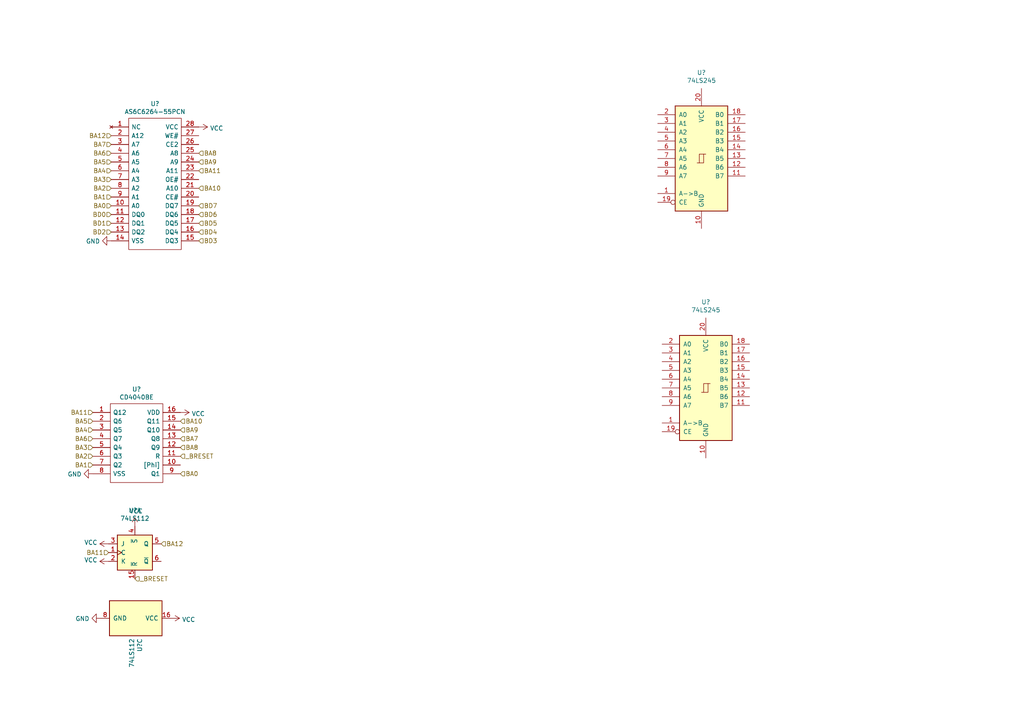
<source format=kicad_sch>
(kicad_sch (version 20211123) (generator eeschema)
  (paper "A4")
  (lib_symbols
    (symbol "74xx:74LS112" (pin_names (offset 1.016))
      (property "Reference" "U" (at -7.62 8.89 0))
      (property "Value" "74LS112" (at -7.62 -8.89 0))
      (symbol "74LS112_1_0"
        (pin input clock (at -7.62 0 0) (length 2.54) (name "C") (number "1"))
        (pin input line (at 0 -7.62 90) (length 2.54) (name "~{R}") (number "15"))
        (pin input line (at -7.62 -2.54 0) (length 2.54) (name "K") (number "2"))
        (pin input line (at -7.62 2.54 0) (length 2.54) (name "J") (number "3"))
        (pin input line (at 0 7.62 270) (length 2.54) (name "~{S}") (number "4"))
        (pin output line (at 7.62 2.54 180) (length 2.54) (name "Q") (number "5"))
        (pin output line (at 7.62 -2.54 180) (length 2.54) (name "~{Q}") (number "6"))
      )
      (symbol "74LS112_1_1"
        (rectangle (start -5.08 5.08) (end 5.08 -5.08) (stroke (width 0.254)) (fill (type background)))
      )
      (symbol "74LS112_2_0"
        (pin input line (at 0 7.62 270) (length 2.54) (name "~{S}") (number "10"))
        (pin input line (at -7.62 2.54 0) (length 2.54) (name "J") (number "11"))
        (pin input line (at -7.62 -2.54 0) (length 2.54) (name "K") (number "12"))
        (pin input clock (at -7.62 0 0) (length 2.54) (name "C") (number "13"))
        (pin input line (at 0 -7.62 90) (length 2.54) (name "~{R}") (number "14"))
        (pin output line (at 7.62 -2.54 180) (length 2.54) (name "~{Q}") (number "7"))
        (pin output line (at 7.62 2.54 180) (length 2.54) (name "Q") (number "9"))
      )
      (symbol "74LS112_2_1"
        (rectangle (start -5.08 5.08) (end 5.08 -5.08) (stroke (width 0.254)) (fill (type background)))
      )
      (symbol "74LS112_3_0"
        (pin power_in line (at 0 10.16 270) (length 2.54) (name "VCC") (number "16"))
        (pin power_in line (at 0 -10.16 90) (length 2.54) (name "GND") (number "8"))
      )
      (symbol "74LS112_3_1"
        (rectangle (start -5.08 7.62) (end 5.08 -7.62) (stroke (width 0.254)) (fill (type background)))
      )
    )
    (symbol "74xx:74LS245" (pin_names (offset 1.016))
      (property "Reference" "U" (at -7.62 16.51 0))
      (property "Value" "74LS245" (at -7.62 -16.51 0))
      (symbol "74LS245_1_0"
        (polyline (pts (xy -0.635 -1.27) (xy -0.635 1.27) (xy 0.635 1.27)))
        (polyline (pts (xy -1.27 -1.27) (xy 0.635 -1.27) (xy 0.635 1.27) (xy 1.27 1.27)))
        (pin input line (at -12.7 -10.16 0) (length 5.08) (name "A->B") (number "1"))
        (pin power_in line (at 0 -20.32 90) (length 5.08) (name "GND") (number "10"))
        (pin tri_state line (at 12.7 -5.08 180) (length 5.08) (name "B7") (number "11"))
        (pin tri_state line (at 12.7 -2.54 180) (length 5.08) (name "B6") (number "12"))
        (pin tri_state line (at 12.7 0 180) (length 5.08) (name "B5") (number "13"))
        (pin tri_state line (at 12.7 2.54 180) (length 5.08) (name "B4") (number "14"))
        (pin tri_state line (at 12.7 5.08 180) (length 5.08) (name "B3") (number "15"))
        (pin tri_state line (at 12.7 7.62 180) (length 5.08) (name "B2") (number "16"))
        (pin tri_state line (at 12.7 10.16 180) (length 5.08) (name "B1") (number "17"))
        (pin tri_state line (at 12.7 12.7 180) (length 5.08) (name "B0") (number "18"))
        (pin input inverted (at -12.7 -12.7 0) (length 5.08) (name "CE") (number "19"))
        (pin tri_state line (at -12.7 12.7 0) (length 5.08) (name "A0") (number "2"))
        (pin power_in line (at 0 20.32 270) (length 5.08) (name "VCC") (number "20"))
        (pin tri_state line (at -12.7 10.16 0) (length 5.08) (name "A1") (number "3"))
        (pin tri_state line (at -12.7 7.62 0) (length 5.08) (name "A2") (number "4"))
        (pin tri_state line (at -12.7 5.08 0) (length 5.08) (name "A3") (number "5"))
        (pin tri_state line (at -12.7 2.54 0) (length 5.08) (name "A4") (number "6"))
        (pin tri_state line (at -12.7 0 0) (length 5.08) (name "A5") (number "7"))
        (pin tri_state line (at -12.7 -2.54 0) (length 5.08) (name "A6") (number "8"))
        (pin tri_state line (at -12.7 -5.08 0) (length 5.08) (name "A7") (number "9"))
      )
      (symbol "74LS245_1_1"
        (rectangle (start -7.62 15.24) (end 7.62 -15.24) (stroke (width 0.254)) (fill (type background)))
      )
    )
    (symbol "Apricot-Hard-Disk-Interface-rescue:AS6C6264-55PCN-SamacSys_Parts" (pin_names (offset 0.762))
      (property "Reference" "IC" (at 21.59 7.62 0))
      (property "Value" "AS6C6264-55PCN-SamacSys_Parts" (at 21.59 5.08 0))
      (symbol "AS6C6264-55PCN-SamacSys_Parts_0_0"
        (pin no_connect line (at 0 0 0) (length 5.08) (name "NC") (number "1"))
        (pin passive line (at 0 -22.86 0) (length 5.08) (name "A0") (number "10"))
        (pin passive line (at 0 -25.4 0) (length 5.08) (name "DQ0") (number "11"))
        (pin passive line (at 0 -27.94 0) (length 5.08) (name "DQ1") (number "12"))
        (pin passive line (at 0 -30.48 0) (length 5.08) (name "DQ2") (number "13"))
        (pin passive line (at 0 -33.02 0) (length 5.08) (name "VSS") (number "14"))
        (pin passive line (at 25.4 -33.02 180) (length 5.08) (name "DQ3") (number "15"))
        (pin passive line (at 25.4 -30.48 180) (length 5.08) (name "DQ4") (number "16"))
        (pin passive line (at 25.4 -27.94 180) (length 5.08) (name "DQ5") (number "17"))
        (pin passive line (at 25.4 -25.4 180) (length 5.08) (name "DQ6") (number "18"))
        (pin passive line (at 25.4 -22.86 180) (length 5.08) (name "DQ7") (number "19"))
        (pin passive line (at 0 -2.54 0) (length 5.08) (name "A12") (number "2"))
        (pin passive line (at 25.4 -20.32 180) (length 5.08) (name "CE#") (number "20"))
        (pin passive line (at 25.4 -17.78 180) (length 5.08) (name "A10") (number "21"))
        (pin passive line (at 25.4 -15.24 180) (length 5.08) (name "OE#") (number "22"))
        (pin passive line (at 25.4 -12.7 180) (length 5.08) (name "A11") (number "23"))
        (pin passive line (at 25.4 -10.16 180) (length 5.08) (name "A9") (number "24"))
        (pin passive line (at 25.4 -7.62 180) (length 5.08) (name "A8") (number "25"))
        (pin passive line (at 25.4 -5.08 180) (length 5.08) (name "CE2") (number "26"))
        (pin passive line (at 25.4 -2.54 180) (length 5.08) (name "WE#") (number "27"))
        (pin passive line (at 25.4 0 180) (length 5.08) (name "VCC") (number "28"))
        (pin passive line (at 0 -5.08 0) (length 5.08) (name "A7") (number "3"))
        (pin passive line (at 0 -7.62 0) (length 5.08) (name "A6") (number "4"))
        (pin passive line (at 0 -10.16 0) (length 5.08) (name "A5") (number "5"))
        (pin passive line (at 0 -12.7 0) (length 5.08) (name "A4") (number "6"))
        (pin passive line (at 0 -15.24 0) (length 5.08) (name "A3") (number "7"))
        (pin passive line (at 0 -17.78 0) (length 5.08) (name "A2") (number "8"))
        (pin passive line (at 0 -20.32 0) (length 5.08) (name "A1") (number "9"))
      )
      (symbol "AS6C6264-55PCN-SamacSys_Parts_0_1"
        (polyline (pts (xy 5.08 2.54) (xy 20.32 2.54) (xy 20.32 -35.56) (xy 5.08 -35.56) (xy 5.08 2.54)) (stroke (width 0.1524)))
      )
    )
    (symbol "Apricot-Hard-Disk-Interface-rescue:CD4040BE-SamacSys_Parts" (pin_names (offset 0.762))
      (property "Reference" "IC" (at 21.59 7.62 0))
      (property "Value" "CD4040BE-SamacSys_Parts" (at 21.59 5.08 0))
      (symbol "CD4040BE-SamacSys_Parts_0_0"
        (pin passive line (at 0 0 0) (length 5.08) (name "Q12") (number "1"))
        (pin passive line (at 25.4 -15.24 180) (length 5.08) (name "[Phi]") (number "10"))
        (pin passive line (at 25.4 -12.7 180) (length 5.08) (name "R") (number "11"))
        (pin passive line (at 25.4 -10.16 180) (length 5.08) (name "Q9") (number "12"))
        (pin passive line (at 25.4 -7.62 180) (length 5.08) (name "Q8") (number "13"))
        (pin passive line (at 25.4 -5.08 180) (length 5.08) (name "Q10") (number "14"))
        (pin passive line (at 25.4 -2.54 180) (length 5.08) (name "Q11") (number "15"))
        (pin passive line (at 25.4 0 180) (length 5.08) (name "VDD") (number "16"))
        (pin passive line (at 0 -2.54 0) (length 5.08) (name "Q6") (number "2"))
        (pin passive line (at 0 -5.08 0) (length 5.08) (name "Q5") (number "3"))
        (pin passive line (at 0 -7.62 0) (length 5.08) (name "Q7") (number "4"))
        (pin passive line (at 0 -10.16 0) (length 5.08) (name "Q4") (number "5"))
        (pin passive line (at 0 -12.7 0) (length 5.08) (name "Q3") (number "6"))
        (pin passive line (at 0 -15.24 0) (length 5.08) (name "Q2") (number "7"))
        (pin passive line (at 0 -17.78 0) (length 5.08) (name "VSS") (number "8"))
        (pin passive line (at 25.4 -17.78 180) (length 5.08) (name "Q1") (number "9"))
      )
      (symbol "CD4040BE-SamacSys_Parts_0_1"
        (polyline (pts (xy 5.08 2.54) (xy 20.32 2.54) (xy 20.32 -20.32) (xy 5.08 -20.32) (xy 5.08 2.54)) (stroke (width 0.1524)))
      )
    )
    (symbol "power:GND" (power) (pin_names (offset 0))
      (property "Value" "GND" (at 0 -3.81 0))
      (symbol "GND_0_1"
        (polyline (pts (xy 0 0) (xy 0 -1.27) (xy 1.27 -1.27) (xy 0 -2.54) (xy -1.27 -1.27) (xy 0 -1.27)))
      )
      (symbol "GND_1_1"
        (pin power_in line (at 0 0 270) (length 0) hide (name "GND") (number "1"))
      )
    )
    (symbol "power:VCC" (power) (pin_names (offset 0))
      (property "Value" "VCC" (at 0 3.81 0))
      (symbol "VCC_0_1"
        (polyline (pts (xy -0.762 1.27) (xy 0 2.54)))
        (polyline (pts (xy 0 0) (xy 0 2.54)))
        (polyline (pts (xy 0 2.54) (xy 0.762 1.27)))
      )
      (symbol "VCC_1_1"
        (pin power_in line (at 0 0 90) (length 0) hide (name "VCC") (number "1"))
      )
    )
  )
  (hierarchical_label "BD7" (shape input) (at 57.658 59.69 0))
  (hierarchical_label "BA8" (shape input) (at 52.324 129.794 0))
  (hierarchical_label "BA4" (shape input) (at 32.258 49.53 180))
  (hierarchical_label "BA2" (shape input) (at 32.258 54.61 180))
  (hierarchical_label "BD6" (shape input) (at 57.658 62.23 0))
  (hierarchical_label "BA6" (shape input) (at 26.924 127.254 180))
  (hierarchical_label "BA4" (shape input) (at 26.924 124.714 180))
  (hierarchical_label "BA7" (shape input) (at 32.258 41.91 180))
  (hierarchical_label "BD1" (shape input) (at 32.258 64.77 180))
  (hierarchical_label "BA12" (shape input) (at 46.736 157.734 0))
  (hierarchical_label "BA10" (shape input) (at 52.324 122.174 0))
  (hierarchical_label "BA11" (shape input) (at 31.496 160.274 180))
  (hierarchical_label "BA7" (shape input) (at 52.324 127.254 0))
  (hierarchical_label "BA5" (shape input) (at 26.924 122.174 180))
  (hierarchical_label "BA8" (shape input) (at 57.658 44.45 0))
  (hierarchical_label "_BRESET" (shape input) (at 39.116 167.894 0))
  (hierarchical_label "BA11" (shape input) (at 57.658 49.53 0))
  (hierarchical_label "BA10" (shape input) (at 57.658 54.61 0))
  (hierarchical_label "BA5" (shape input) (at 32.258 46.99 180))
  (hierarchical_label "BD3" (shape input) (at 57.658 69.85 0))
  (hierarchical_label "BA6" (shape input) (at 32.258 44.45 180))
  (hierarchical_label "BD0" (shape input) (at 32.258 62.23 180))
  (hierarchical_label "BA9" (shape input) (at 57.658 46.99 0))
  (hierarchical_label "BA3" (shape input) (at 32.258 52.07 180))
  (hierarchical_label "BD2" (shape input) (at 32.258 67.31 180))
  (hierarchical_label "BA3" (shape input) (at 26.924 129.794 180))
  (hierarchical_label "BA0" (shape input) (at 52.324 137.414 0))
  (hierarchical_label "BA1" (shape input) (at 26.924 134.874 180))
  (hierarchical_label "BA9" (shape input) (at 52.324 124.714 0))
  (hierarchical_label "BD4" (shape input) (at 57.658 67.31 0))
  (hierarchical_label "BD5" (shape input) (at 57.658 64.77 0))
  (hierarchical_label "BA12" (shape input) (at 32.258 39.37 180))
  (hierarchical_label "BA0" (shape input) (at 32.258 59.69 180))
  (hierarchical_label "BA2" (shape input) (at 26.924 132.334 180))
  (hierarchical_label "BA11" (shape input) (at 26.924 119.634 180))
  (hierarchical_label "BA1" (shape input) (at 32.258 57.15 180))
  (hierarchical_label "_BRESET" (shape input) (at 52.324 132.334 0))
  (symbol (lib_id "74xx:74LS245") (at 203.454 45.974 0) (unit 1)
    (property "Value" "74LS245" (at 203.454 23.368 0))
    (property "Datasheet" "http://www.ti.com/lit/gpn/sn74LS245" (effects hide))
  )
  (symbol (lib_id "74xx:74LS245") (at 204.724 112.522 0) (unit 1)
    (property "Value" "74LS245" (at 204.724 89.916 0))
    (property "Datasheet" "http://www.ti.com/lit/gpn/sn74LS245" (effects hide))
  )
  (symbol (lib_id "Apricot-Hard-Disk-Interface-rescue:AS6C6264-55PCN-SamacSys_Parts") (at 32.258 36.83 0) (unit 1)
    (property "Value" "AS6C6264-55PCN" (at 44.958 32.4104 0))
    (property "Footprint" "DIP1524W51P254L3632H394Q28N" (effects hide))
    (property "Datasheet" "https://datasheet.datasheetarchive.com/originals/distributors/Datasheets-DGA23/1496008.pdf" (effects hide))
    (property "Description" "Alliance Memory, AS6C6264-55PCN SRAM Memory, 64kbit, 55ns, 2.7  5.5 V 28-Pin PDIP" (effects hide))
    (property "Height" "3.937" (effects hide))
    (property "Mouser Part Number" "913-AS6C6264-55PCN" (effects hide))
    (property "Mouser Price/Stock" "https://www.mouser.co.uk/ProductDetail/Alliance-Memory/AS6C6264-55PCN?qs=LD2UibpCYJoQnvGJLyETNg%3D%3D" (effects hide))
    (property "Manufacturer_Name" "Alliance Memory" (effects hide))
    (property "Manufacturer_Part_Number" "AS6C6264-55PCN" (effects hide))
  )
  (symbol (lib_id "74xx:74LS112") (at 39.116 160.274 0) (unit 1)
    (property "Value" "74LS112" (at 39.116 150.368 0))
    (property "Datasheet" "http://www.ti.com/lit/gpn/sn74LS112" (effects hide))
  )
  (symbol (lib_id "74xx:74LS112") (at 39.37 179.324 270) (unit 3)
    (property "Value" "74LS112" (at 38.227 185.166 0) (effects (justify left)))
    (property "Datasheet" "http://www.ti.com/lit/gpn/sn74LS112" (effects hide))
  )
  (symbol (lib_id "Apricot-Hard-Disk-Interface-rescue:CD4040BE-SamacSys_Parts") (at 26.924 119.634 0) (unit 1)
    (property "Value" "CD4040BE" (at 39.624 115.2144 0))
    (property "Footprint" "DIP794W53P254L1930H508Q16N" (effects hide))
    (property "Datasheet" "http://www.ti.com/lit/ds/symlink/cd4040b.pdf" (effects hide))
    (property "Description" "CD4040BE, 12-stage Binary Counter, Up Counter, 3  18 V, 16-Pin PDIP" (effects hide))
    (property "Height" "5.08" (effects hide))
    (property "Mouser Part Number" "595-CD4040BE" (effects hide))
    (property "Mouser Price/Stock" "https://www.mouser.co.uk/ProductDetail/Texas-Instruments/CD4040BE?qs=L4Mc90zKIpgVInmXWEixLQ%3D%3D" (effects hide))
    (property "Manufacturer_Name" "Texas Instruments" (effects hide))
    (property "Manufacturer_Part_Number" "CD4040BE" (effects hide))
  )
  (symbol (lib_id "power:GND") (at 29.21 179.324 270) (unit 1)
    (property "Reference" "#PWR?" (effects hide))
    (property "Value" "GND" (at 25.9588 179.451 90) (effects (justify right)))
  )
  (symbol (lib_id "power:VCC") (at 49.53 179.324 270) (unit 1)
    (property "Reference" "#PWR?" (effects hide))
    (property "Value" "VCC" (at 52.7812 179.705 90) (effects (justify left)))
  )
  (symbol (lib_id "power:VCC") (at 31.496 162.814 90) (unit 1)
    (property "Reference" "#PWR?" (effects hide))
    (property "Value" "VCC" (at 28.2702 162.433 90) (effects (justify left)))
  )
  (symbol (lib_id "power:VCC") (at 31.496 157.734 90) (unit 1)
    (property "Reference" "#PWR?" (effects hide))
    (property "Value" "VCC" (at 28.2702 157.353 90) (effects (justify left)))
  )
  (symbol (lib_id "power:VCC") (at 39.116 152.654 0) (unit 1)
    (property "Reference" "#PWR?" (effects hide))
    (property "Value" "VCC" (at 39.497 148.2598 0))
  )
  (symbol (lib_id "power:VCC") (at 52.324 119.634 270) (unit 1)
    (property "Reference" "#PWR?" (effects hide))
    (property "Value" "VCC" (at 55.5752 120.015 90) (effects (justify left)))
  )
  (symbol (lib_id "power:GND") (at 26.924 137.414 270) (unit 1)
    (property "Reference" "#PWR?" (effects hide))
    (property "Value" "GND" (at 23.6728 137.541 90) (effects (justify right)))
  )
  (symbol (lib_id "power:VCC") (at 57.658 36.83 270) (unit 1)
    (property "Reference" "#PWR?" (effects hide))
    (property "Value" "VCC" (at 60.9092 37.211 90) (effects (justify left)))
  )
  (symbol (lib_id "power:GND") (at 32.258 69.85 270) (unit 1)
    (property "Reference" "#PWR?" (effects hide))
    (property "Value" "GND" (at 29.0068 69.977 90) (effects (justify right)))
  )
)
</source>
